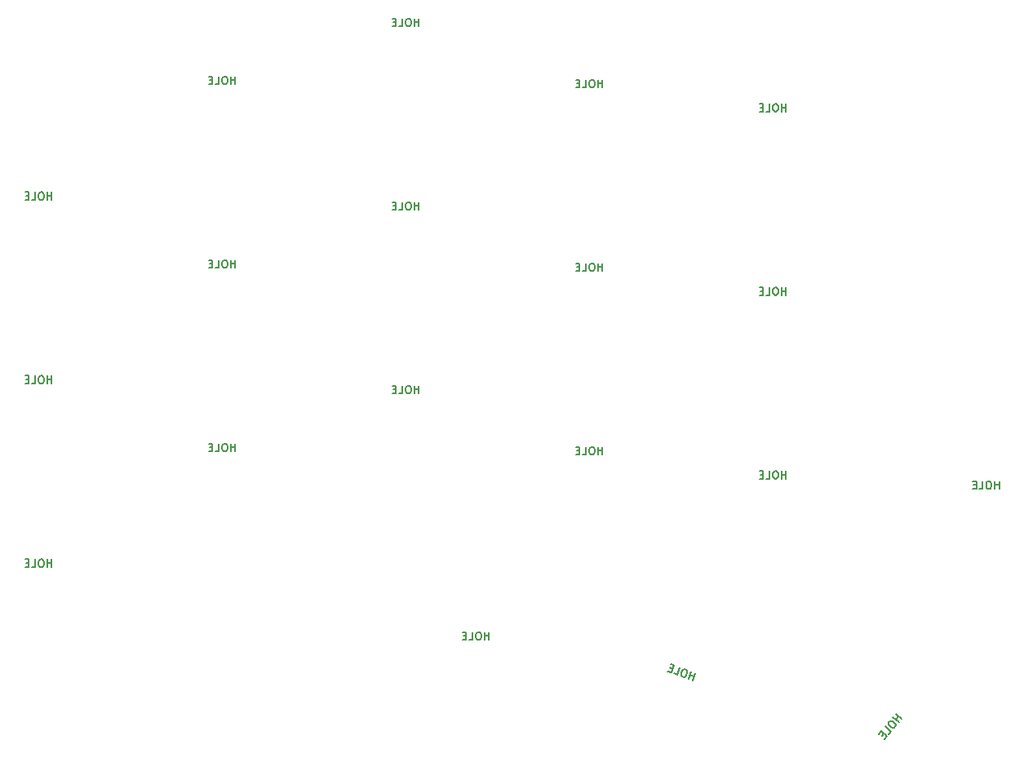
<source format=gbo>
%TF.GenerationSoftware,KiCad,Pcbnew,7.0.9*%
%TF.CreationDate,2024-05-22T11:54:58+05:30*%
%TF.ProjectId,UniFi - Plate,556e6946-6920-42d2-9050-6c6174652e6b,rev?*%
%TF.SameCoordinates,Original*%
%TF.FileFunction,Legend,Bot*%
%TF.FilePolarity,Positive*%
%FSLAX46Y46*%
G04 Gerber Fmt 4.6, Leading zero omitted, Abs format (unit mm)*
G04 Created by KiCad (PCBNEW 7.0.9) date 2024-05-22 11:54:58*
%MOMM*%
%LPD*%
G01*
G04 APERTURE LIST*
%ADD10C,0.152400*%
G04 APERTURE END LIST*
D10*
X150233266Y-107018721D02*
X150233266Y-106205921D01*
X150233266Y-106592969D02*
X149768809Y-106592969D01*
X149768809Y-107018721D02*
X149768809Y-106205921D01*
X149226942Y-106205921D02*
X149072123Y-106205921D01*
X149072123Y-106205921D02*
X148994713Y-106244626D01*
X148994713Y-106244626D02*
X148917304Y-106322036D01*
X148917304Y-106322036D02*
X148878599Y-106476855D01*
X148878599Y-106476855D02*
X148878599Y-106747788D01*
X148878599Y-106747788D02*
X148917304Y-106902607D01*
X148917304Y-106902607D02*
X148994713Y-106980017D01*
X148994713Y-106980017D02*
X149072123Y-107018721D01*
X149072123Y-107018721D02*
X149226942Y-107018721D01*
X149226942Y-107018721D02*
X149304351Y-106980017D01*
X149304351Y-106980017D02*
X149381761Y-106902607D01*
X149381761Y-106902607D02*
X149420465Y-106747788D01*
X149420465Y-106747788D02*
X149420465Y-106476855D01*
X149420465Y-106476855D02*
X149381761Y-106322036D01*
X149381761Y-106322036D02*
X149304351Y-106244626D01*
X149304351Y-106244626D02*
X149226942Y-106205921D01*
X148143208Y-107018721D02*
X148530256Y-107018721D01*
X148530256Y-107018721D02*
X148530256Y-106205921D01*
X147872275Y-106592969D02*
X147601341Y-106592969D01*
X147485227Y-107018721D02*
X147872275Y-107018721D01*
X147872275Y-107018721D02*
X147872275Y-106205921D01*
X147872275Y-106205921D02*
X147485227Y-106205921D01*
X112133266Y-98180121D02*
X112133266Y-97367321D01*
X112133266Y-97754369D02*
X111668809Y-97754369D01*
X111668809Y-98180121D02*
X111668809Y-97367321D01*
X111126942Y-97367321D02*
X110972123Y-97367321D01*
X110972123Y-97367321D02*
X110894713Y-97406026D01*
X110894713Y-97406026D02*
X110817304Y-97483436D01*
X110817304Y-97483436D02*
X110778599Y-97638255D01*
X110778599Y-97638255D02*
X110778599Y-97909188D01*
X110778599Y-97909188D02*
X110817304Y-98064007D01*
X110817304Y-98064007D02*
X110894713Y-98141417D01*
X110894713Y-98141417D02*
X110972123Y-98180121D01*
X110972123Y-98180121D02*
X111126942Y-98180121D01*
X111126942Y-98180121D02*
X111204351Y-98141417D01*
X111204351Y-98141417D02*
X111281761Y-98064007D01*
X111281761Y-98064007D02*
X111320465Y-97909188D01*
X111320465Y-97909188D02*
X111320465Y-97638255D01*
X111320465Y-97638255D02*
X111281761Y-97483436D01*
X111281761Y-97483436D02*
X111204351Y-97406026D01*
X111204351Y-97406026D02*
X111126942Y-97367321D01*
X110043208Y-98180121D02*
X110430256Y-98180121D01*
X110430256Y-98180121D02*
X110430256Y-97367321D01*
X109772275Y-97754369D02*
X109501341Y-97754369D01*
X109385227Y-98180121D02*
X109772275Y-98180121D01*
X109772275Y-98180121D02*
X109772275Y-97367321D01*
X109772275Y-97367321D02*
X109385227Y-97367321D01*
X119419266Y-123730121D02*
X119419266Y-122917321D01*
X119419266Y-123304369D02*
X118954809Y-123304369D01*
X118954809Y-123730121D02*
X118954809Y-122917321D01*
X118412942Y-122917321D02*
X118258123Y-122917321D01*
X118258123Y-122917321D02*
X118180713Y-122956026D01*
X118180713Y-122956026D02*
X118103304Y-123033436D01*
X118103304Y-123033436D02*
X118064599Y-123188255D01*
X118064599Y-123188255D02*
X118064599Y-123459188D01*
X118064599Y-123459188D02*
X118103304Y-123614007D01*
X118103304Y-123614007D02*
X118180713Y-123691417D01*
X118180713Y-123691417D02*
X118258123Y-123730121D01*
X118258123Y-123730121D02*
X118412942Y-123730121D01*
X118412942Y-123730121D02*
X118490351Y-123691417D01*
X118490351Y-123691417D02*
X118567761Y-123614007D01*
X118567761Y-123614007D02*
X118606465Y-123459188D01*
X118606465Y-123459188D02*
X118606465Y-123188255D01*
X118606465Y-123188255D02*
X118567761Y-123033436D01*
X118567761Y-123033436D02*
X118490351Y-122956026D01*
X118490351Y-122956026D02*
X118412942Y-122917321D01*
X117329208Y-123730121D02*
X117716256Y-123730121D01*
X117716256Y-123730121D02*
X117716256Y-122917321D01*
X117058275Y-123304369D02*
X116787341Y-123304369D01*
X116671227Y-123730121D02*
X117058275Y-123730121D01*
X117058275Y-123730121D02*
X117058275Y-122917321D01*
X117058275Y-122917321D02*
X116671227Y-122917321D01*
X112133266Y-60080121D02*
X112133266Y-59267321D01*
X112133266Y-59654369D02*
X111668809Y-59654369D01*
X111668809Y-60080121D02*
X111668809Y-59267321D01*
X111126942Y-59267321D02*
X110972123Y-59267321D01*
X110972123Y-59267321D02*
X110894713Y-59306026D01*
X110894713Y-59306026D02*
X110817304Y-59383436D01*
X110817304Y-59383436D02*
X110778599Y-59538255D01*
X110778599Y-59538255D02*
X110778599Y-59809188D01*
X110778599Y-59809188D02*
X110817304Y-59964007D01*
X110817304Y-59964007D02*
X110894713Y-60041417D01*
X110894713Y-60041417D02*
X110972123Y-60080121D01*
X110972123Y-60080121D02*
X111126942Y-60080121D01*
X111126942Y-60080121D02*
X111204351Y-60041417D01*
X111204351Y-60041417D02*
X111281761Y-59964007D01*
X111281761Y-59964007D02*
X111320465Y-59809188D01*
X111320465Y-59809188D02*
X111320465Y-59538255D01*
X111320465Y-59538255D02*
X111281761Y-59383436D01*
X111281761Y-59383436D02*
X111204351Y-59306026D01*
X111204351Y-59306026D02*
X111126942Y-59267321D01*
X110043208Y-60080121D02*
X110430256Y-60080121D01*
X110430256Y-60080121D02*
X110430256Y-59267321D01*
X109772275Y-59654369D02*
X109501341Y-59654369D01*
X109385227Y-60080121D02*
X109772275Y-60080121D01*
X109772275Y-60080121D02*
X109772275Y-59267321D01*
X109772275Y-59267321D02*
X109385227Y-59267321D01*
X150233266Y-68918721D02*
X150233266Y-68105921D01*
X150233266Y-68492969D02*
X149768809Y-68492969D01*
X149768809Y-68918721D02*
X149768809Y-68105921D01*
X149226942Y-68105921D02*
X149072123Y-68105921D01*
X149072123Y-68105921D02*
X148994713Y-68144626D01*
X148994713Y-68144626D02*
X148917304Y-68222036D01*
X148917304Y-68222036D02*
X148878599Y-68376855D01*
X148878599Y-68376855D02*
X148878599Y-68647788D01*
X148878599Y-68647788D02*
X148917304Y-68802607D01*
X148917304Y-68802607D02*
X148994713Y-68880017D01*
X148994713Y-68880017D02*
X149072123Y-68918721D01*
X149072123Y-68918721D02*
X149226942Y-68918721D01*
X149226942Y-68918721D02*
X149304351Y-68880017D01*
X149304351Y-68880017D02*
X149381761Y-68802607D01*
X149381761Y-68802607D02*
X149420465Y-68647788D01*
X149420465Y-68647788D02*
X149420465Y-68376855D01*
X149420465Y-68376855D02*
X149381761Y-68222036D01*
X149381761Y-68222036D02*
X149304351Y-68144626D01*
X149304351Y-68144626D02*
X149226942Y-68105921D01*
X148143208Y-68918721D02*
X148530256Y-68918721D01*
X148530256Y-68918721D02*
X148530256Y-68105921D01*
X147872275Y-68492969D02*
X147601341Y-68492969D01*
X147485227Y-68918721D02*
X147872275Y-68918721D01*
X147872275Y-68918721D02*
X147872275Y-68105921D01*
X147872275Y-68105921D02*
X147485227Y-68105921D01*
X131183266Y-66418721D02*
X131183266Y-65605921D01*
X131183266Y-65992969D02*
X130718809Y-65992969D01*
X130718809Y-66418721D02*
X130718809Y-65605921D01*
X130176942Y-65605921D02*
X130022123Y-65605921D01*
X130022123Y-65605921D02*
X129944713Y-65644626D01*
X129944713Y-65644626D02*
X129867304Y-65722036D01*
X129867304Y-65722036D02*
X129828599Y-65876855D01*
X129828599Y-65876855D02*
X129828599Y-66147788D01*
X129828599Y-66147788D02*
X129867304Y-66302607D01*
X129867304Y-66302607D02*
X129944713Y-66380017D01*
X129944713Y-66380017D02*
X130022123Y-66418721D01*
X130022123Y-66418721D02*
X130176942Y-66418721D01*
X130176942Y-66418721D02*
X130254351Y-66380017D01*
X130254351Y-66380017D02*
X130331761Y-66302607D01*
X130331761Y-66302607D02*
X130370465Y-66147788D01*
X130370465Y-66147788D02*
X130370465Y-65876855D01*
X130370465Y-65876855D02*
X130331761Y-65722036D01*
X130331761Y-65722036D02*
X130254351Y-65644626D01*
X130254351Y-65644626D02*
X130176942Y-65605921D01*
X129093208Y-66418721D02*
X129480256Y-66418721D01*
X129480256Y-66418721D02*
X129480256Y-65605921D01*
X128822275Y-65992969D02*
X128551341Y-65992969D01*
X128435227Y-66418721D02*
X128822275Y-66418721D01*
X128822275Y-66418721D02*
X128822275Y-65605921D01*
X128822275Y-65605921D02*
X128435227Y-65605921D01*
X150233266Y-87968721D02*
X150233266Y-87155921D01*
X150233266Y-87542969D02*
X149768809Y-87542969D01*
X149768809Y-87968721D02*
X149768809Y-87155921D01*
X149226942Y-87155921D02*
X149072123Y-87155921D01*
X149072123Y-87155921D02*
X148994713Y-87194626D01*
X148994713Y-87194626D02*
X148917304Y-87272036D01*
X148917304Y-87272036D02*
X148878599Y-87426855D01*
X148878599Y-87426855D02*
X148878599Y-87697788D01*
X148878599Y-87697788D02*
X148917304Y-87852607D01*
X148917304Y-87852607D02*
X148994713Y-87930017D01*
X148994713Y-87930017D02*
X149072123Y-87968721D01*
X149072123Y-87968721D02*
X149226942Y-87968721D01*
X149226942Y-87968721D02*
X149304351Y-87930017D01*
X149304351Y-87930017D02*
X149381761Y-87852607D01*
X149381761Y-87852607D02*
X149420465Y-87697788D01*
X149420465Y-87697788D02*
X149420465Y-87426855D01*
X149420465Y-87426855D02*
X149381761Y-87272036D01*
X149381761Y-87272036D02*
X149304351Y-87194626D01*
X149304351Y-87194626D02*
X149226942Y-87155921D01*
X148143208Y-87968721D02*
X148530256Y-87968721D01*
X148530256Y-87968721D02*
X148530256Y-87155921D01*
X147872275Y-87542969D02*
X147601341Y-87542969D01*
X147485227Y-87968721D02*
X147872275Y-87968721D01*
X147872275Y-87968721D02*
X147872275Y-87155921D01*
X147872275Y-87155921D02*
X147485227Y-87155921D01*
X162240662Y-131933548D02*
X161618021Y-131411090D01*
X161914517Y-131659879D02*
X161615969Y-132015674D01*
X161942114Y-132289343D02*
X161319474Y-131766885D01*
X160971168Y-132181979D02*
X160871652Y-132300577D01*
X160871652Y-132300577D02*
X160851544Y-132384755D01*
X160851544Y-132384755D02*
X160861085Y-132493812D01*
X160861085Y-132493812D02*
X160954805Y-132622978D01*
X160954805Y-132622978D02*
X161162352Y-132797130D01*
X161162352Y-132797130D02*
X161305829Y-132866996D01*
X161305829Y-132866996D02*
X161414886Y-132857455D01*
X161414886Y-132857455D02*
X161494293Y-132823035D01*
X161494293Y-132823035D02*
X161593809Y-132704437D01*
X161593809Y-132704437D02*
X161613917Y-132620259D01*
X161613917Y-132620259D02*
X161604376Y-132511202D01*
X161604376Y-132511202D02*
X161510657Y-132382036D01*
X161510657Y-132382036D02*
X161303110Y-132207884D01*
X161303110Y-132207884D02*
X161159633Y-132138018D01*
X161159633Y-132138018D02*
X161050576Y-132147559D01*
X161050576Y-132147559D02*
X160971168Y-132181979D01*
X160897199Y-133534625D02*
X161145988Y-133238129D01*
X161145988Y-133238129D02*
X160523347Y-132715671D01*
X160396901Y-133468503D02*
X160222748Y-133676050D01*
X160474257Y-134038668D02*
X160723046Y-133742172D01*
X160723046Y-133742172D02*
X160100405Y-133219714D01*
X160100405Y-133219714D02*
X159851616Y-133516210D01*
X131183266Y-85468721D02*
X131183266Y-84655921D01*
X131183266Y-85042969D02*
X130718809Y-85042969D01*
X130718809Y-85468721D02*
X130718809Y-84655921D01*
X130176942Y-84655921D02*
X130022123Y-84655921D01*
X130022123Y-84655921D02*
X129944713Y-84694626D01*
X129944713Y-84694626D02*
X129867304Y-84772036D01*
X129867304Y-84772036D02*
X129828599Y-84926855D01*
X129828599Y-84926855D02*
X129828599Y-85197788D01*
X129828599Y-85197788D02*
X129867304Y-85352607D01*
X129867304Y-85352607D02*
X129944713Y-85430017D01*
X129944713Y-85430017D02*
X130022123Y-85468721D01*
X130022123Y-85468721D02*
X130176942Y-85468721D01*
X130176942Y-85468721D02*
X130254351Y-85430017D01*
X130254351Y-85430017D02*
X130331761Y-85352607D01*
X130331761Y-85352607D02*
X130370465Y-85197788D01*
X130370465Y-85197788D02*
X130370465Y-84926855D01*
X130370465Y-84926855D02*
X130331761Y-84772036D01*
X130331761Y-84772036D02*
X130254351Y-84694626D01*
X130254351Y-84694626D02*
X130176942Y-84655921D01*
X129093208Y-85468721D02*
X129480256Y-85468721D01*
X129480256Y-85468721D02*
X129480256Y-84655921D01*
X128822275Y-85042969D02*
X128551341Y-85042969D01*
X128435227Y-85468721D02*
X128822275Y-85468721D01*
X128822275Y-85468721D02*
X128822275Y-84655921D01*
X128822275Y-84655921D02*
X128435227Y-84655921D01*
X74033266Y-97130121D02*
X74033266Y-96317321D01*
X74033266Y-96704369D02*
X73568809Y-96704369D01*
X73568809Y-97130121D02*
X73568809Y-96317321D01*
X73026942Y-96317321D02*
X72872123Y-96317321D01*
X72872123Y-96317321D02*
X72794713Y-96356026D01*
X72794713Y-96356026D02*
X72717304Y-96433436D01*
X72717304Y-96433436D02*
X72678599Y-96588255D01*
X72678599Y-96588255D02*
X72678599Y-96859188D01*
X72678599Y-96859188D02*
X72717304Y-97014007D01*
X72717304Y-97014007D02*
X72794713Y-97091417D01*
X72794713Y-97091417D02*
X72872123Y-97130121D01*
X72872123Y-97130121D02*
X73026942Y-97130121D01*
X73026942Y-97130121D02*
X73104351Y-97091417D01*
X73104351Y-97091417D02*
X73181761Y-97014007D01*
X73181761Y-97014007D02*
X73220465Y-96859188D01*
X73220465Y-96859188D02*
X73220465Y-96588255D01*
X73220465Y-96588255D02*
X73181761Y-96433436D01*
X73181761Y-96433436D02*
X73104351Y-96356026D01*
X73104351Y-96356026D02*
X73026942Y-96317321D01*
X71943208Y-97130121D02*
X72330256Y-97130121D01*
X72330256Y-97130121D02*
X72330256Y-96317321D01*
X71672275Y-96704369D02*
X71401341Y-96704369D01*
X71285227Y-97130121D02*
X71672275Y-97130121D01*
X71672275Y-97130121D02*
X71672275Y-96317321D01*
X71672275Y-96317321D02*
X71285227Y-96317321D01*
X140539856Y-127928042D02*
X140817849Y-127164260D01*
X140685471Y-127527965D02*
X140249024Y-127369112D01*
X140103409Y-127769188D02*
X140381403Y-127005406D01*
X139872214Y-126820076D02*
X139726732Y-126767125D01*
X139726732Y-126767125D02*
X139640753Y-126777020D01*
X139640753Y-126777020D02*
X139541536Y-126823286D01*
X139541536Y-126823286D02*
X139452214Y-126955530D01*
X139452214Y-126955530D02*
X139359550Y-127210124D01*
X139359550Y-127210124D02*
X139342969Y-127368844D01*
X139342969Y-127368844D02*
X139389235Y-127468061D01*
X139389235Y-127468061D02*
X139448738Y-127530907D01*
X139448738Y-127530907D02*
X139594220Y-127583859D01*
X139594220Y-127583859D02*
X139680199Y-127573964D01*
X139680199Y-127573964D02*
X139779416Y-127527698D01*
X139779416Y-127527698D02*
X139868738Y-127395454D01*
X139868738Y-127395454D02*
X139961402Y-127140860D01*
X139961402Y-127140860D02*
X139977983Y-126982139D01*
X139977983Y-126982139D02*
X139931718Y-126882923D01*
X139931718Y-126882923D02*
X139872214Y-126820076D01*
X138575844Y-127213200D02*
X138939550Y-127345578D01*
X138939550Y-127345578D02*
X139217544Y-126581796D01*
X138466866Y-126720459D02*
X138212272Y-126627794D01*
X137957544Y-126988157D02*
X138321250Y-127120535D01*
X138321250Y-127120535D02*
X138599244Y-126356753D01*
X138599244Y-126356753D02*
X138235538Y-126224375D01*
X172354666Y-108058721D02*
X172354666Y-107245921D01*
X172354666Y-107632969D02*
X171890209Y-107632969D01*
X171890209Y-108058721D02*
X171890209Y-107245921D01*
X171348342Y-107245921D02*
X171193523Y-107245921D01*
X171193523Y-107245921D02*
X171116113Y-107284626D01*
X171116113Y-107284626D02*
X171038704Y-107362036D01*
X171038704Y-107362036D02*
X170999999Y-107516855D01*
X170999999Y-107516855D02*
X170999999Y-107787788D01*
X170999999Y-107787788D02*
X171038704Y-107942607D01*
X171038704Y-107942607D02*
X171116113Y-108020017D01*
X171116113Y-108020017D02*
X171193523Y-108058721D01*
X171193523Y-108058721D02*
X171348342Y-108058721D01*
X171348342Y-108058721D02*
X171425751Y-108020017D01*
X171425751Y-108020017D02*
X171503161Y-107942607D01*
X171503161Y-107942607D02*
X171541865Y-107787788D01*
X171541865Y-107787788D02*
X171541865Y-107516855D01*
X171541865Y-107516855D02*
X171503161Y-107362036D01*
X171503161Y-107362036D02*
X171425751Y-107284626D01*
X171425751Y-107284626D02*
X171348342Y-107245921D01*
X170264608Y-108058721D02*
X170651656Y-108058721D01*
X170651656Y-108058721D02*
X170651656Y-107245921D01*
X169993675Y-107632969D02*
X169722741Y-107632969D01*
X169606627Y-108058721D02*
X169993675Y-108058721D01*
X169993675Y-108058721D02*
X169993675Y-107245921D01*
X169993675Y-107245921D02*
X169606627Y-107245921D01*
X93083266Y-85130121D02*
X93083266Y-84317321D01*
X93083266Y-84704369D02*
X92618809Y-84704369D01*
X92618809Y-85130121D02*
X92618809Y-84317321D01*
X92076942Y-84317321D02*
X91922123Y-84317321D01*
X91922123Y-84317321D02*
X91844713Y-84356026D01*
X91844713Y-84356026D02*
X91767304Y-84433436D01*
X91767304Y-84433436D02*
X91728599Y-84588255D01*
X91728599Y-84588255D02*
X91728599Y-84859188D01*
X91728599Y-84859188D02*
X91767304Y-85014007D01*
X91767304Y-85014007D02*
X91844713Y-85091417D01*
X91844713Y-85091417D02*
X91922123Y-85130121D01*
X91922123Y-85130121D02*
X92076942Y-85130121D01*
X92076942Y-85130121D02*
X92154351Y-85091417D01*
X92154351Y-85091417D02*
X92231761Y-85014007D01*
X92231761Y-85014007D02*
X92270465Y-84859188D01*
X92270465Y-84859188D02*
X92270465Y-84588255D01*
X92270465Y-84588255D02*
X92231761Y-84433436D01*
X92231761Y-84433436D02*
X92154351Y-84356026D01*
X92154351Y-84356026D02*
X92076942Y-84317321D01*
X90993208Y-85130121D02*
X91380256Y-85130121D01*
X91380256Y-85130121D02*
X91380256Y-84317321D01*
X90722275Y-84704369D02*
X90451341Y-84704369D01*
X90335227Y-85130121D02*
X90722275Y-85130121D01*
X90722275Y-85130121D02*
X90722275Y-84317321D01*
X90722275Y-84317321D02*
X90335227Y-84317321D01*
X93083266Y-66080121D02*
X93083266Y-65267321D01*
X93083266Y-65654369D02*
X92618809Y-65654369D01*
X92618809Y-66080121D02*
X92618809Y-65267321D01*
X92076942Y-65267321D02*
X91922123Y-65267321D01*
X91922123Y-65267321D02*
X91844713Y-65306026D01*
X91844713Y-65306026D02*
X91767304Y-65383436D01*
X91767304Y-65383436D02*
X91728599Y-65538255D01*
X91728599Y-65538255D02*
X91728599Y-65809188D01*
X91728599Y-65809188D02*
X91767304Y-65964007D01*
X91767304Y-65964007D02*
X91844713Y-66041417D01*
X91844713Y-66041417D02*
X91922123Y-66080121D01*
X91922123Y-66080121D02*
X92076942Y-66080121D01*
X92076942Y-66080121D02*
X92154351Y-66041417D01*
X92154351Y-66041417D02*
X92231761Y-65964007D01*
X92231761Y-65964007D02*
X92270465Y-65809188D01*
X92270465Y-65809188D02*
X92270465Y-65538255D01*
X92270465Y-65538255D02*
X92231761Y-65383436D01*
X92231761Y-65383436D02*
X92154351Y-65306026D01*
X92154351Y-65306026D02*
X92076942Y-65267321D01*
X90993208Y-66080121D02*
X91380256Y-66080121D01*
X91380256Y-66080121D02*
X91380256Y-65267321D01*
X90722275Y-65654369D02*
X90451341Y-65654369D01*
X90335227Y-66080121D02*
X90722275Y-66080121D01*
X90722275Y-66080121D02*
X90722275Y-65267321D01*
X90722275Y-65267321D02*
X90335227Y-65267321D01*
X74033266Y-78080121D02*
X74033266Y-77267321D01*
X74033266Y-77654369D02*
X73568809Y-77654369D01*
X73568809Y-78080121D02*
X73568809Y-77267321D01*
X73026942Y-77267321D02*
X72872123Y-77267321D01*
X72872123Y-77267321D02*
X72794713Y-77306026D01*
X72794713Y-77306026D02*
X72717304Y-77383436D01*
X72717304Y-77383436D02*
X72678599Y-77538255D01*
X72678599Y-77538255D02*
X72678599Y-77809188D01*
X72678599Y-77809188D02*
X72717304Y-77964007D01*
X72717304Y-77964007D02*
X72794713Y-78041417D01*
X72794713Y-78041417D02*
X72872123Y-78080121D01*
X72872123Y-78080121D02*
X73026942Y-78080121D01*
X73026942Y-78080121D02*
X73104351Y-78041417D01*
X73104351Y-78041417D02*
X73181761Y-77964007D01*
X73181761Y-77964007D02*
X73220465Y-77809188D01*
X73220465Y-77809188D02*
X73220465Y-77538255D01*
X73220465Y-77538255D02*
X73181761Y-77383436D01*
X73181761Y-77383436D02*
X73104351Y-77306026D01*
X73104351Y-77306026D02*
X73026942Y-77267321D01*
X71943208Y-78080121D02*
X72330256Y-78080121D01*
X72330256Y-78080121D02*
X72330256Y-77267321D01*
X71672275Y-77654369D02*
X71401341Y-77654369D01*
X71285227Y-78080121D02*
X71672275Y-78080121D01*
X71672275Y-78080121D02*
X71672275Y-77267321D01*
X71672275Y-77267321D02*
X71285227Y-77267321D01*
X74033266Y-116180121D02*
X74033266Y-115367321D01*
X74033266Y-115754369D02*
X73568809Y-115754369D01*
X73568809Y-116180121D02*
X73568809Y-115367321D01*
X73026942Y-115367321D02*
X72872123Y-115367321D01*
X72872123Y-115367321D02*
X72794713Y-115406026D01*
X72794713Y-115406026D02*
X72717304Y-115483436D01*
X72717304Y-115483436D02*
X72678599Y-115638255D01*
X72678599Y-115638255D02*
X72678599Y-115909188D01*
X72678599Y-115909188D02*
X72717304Y-116064007D01*
X72717304Y-116064007D02*
X72794713Y-116141417D01*
X72794713Y-116141417D02*
X72872123Y-116180121D01*
X72872123Y-116180121D02*
X73026942Y-116180121D01*
X73026942Y-116180121D02*
X73104351Y-116141417D01*
X73104351Y-116141417D02*
X73181761Y-116064007D01*
X73181761Y-116064007D02*
X73220465Y-115909188D01*
X73220465Y-115909188D02*
X73220465Y-115638255D01*
X73220465Y-115638255D02*
X73181761Y-115483436D01*
X73181761Y-115483436D02*
X73104351Y-115406026D01*
X73104351Y-115406026D02*
X73026942Y-115367321D01*
X71943208Y-116180121D02*
X72330256Y-116180121D01*
X72330256Y-116180121D02*
X72330256Y-115367321D01*
X71672275Y-115754369D02*
X71401341Y-115754369D01*
X71285227Y-116180121D02*
X71672275Y-116180121D01*
X71672275Y-116180121D02*
X71672275Y-115367321D01*
X71672275Y-115367321D02*
X71285227Y-115367321D01*
X112133266Y-79130121D02*
X112133266Y-78317321D01*
X112133266Y-78704369D02*
X111668809Y-78704369D01*
X111668809Y-79130121D02*
X111668809Y-78317321D01*
X111126942Y-78317321D02*
X110972123Y-78317321D01*
X110972123Y-78317321D02*
X110894713Y-78356026D01*
X110894713Y-78356026D02*
X110817304Y-78433436D01*
X110817304Y-78433436D02*
X110778599Y-78588255D01*
X110778599Y-78588255D02*
X110778599Y-78859188D01*
X110778599Y-78859188D02*
X110817304Y-79014007D01*
X110817304Y-79014007D02*
X110894713Y-79091417D01*
X110894713Y-79091417D02*
X110972123Y-79130121D01*
X110972123Y-79130121D02*
X111126942Y-79130121D01*
X111126942Y-79130121D02*
X111204351Y-79091417D01*
X111204351Y-79091417D02*
X111281761Y-79014007D01*
X111281761Y-79014007D02*
X111320465Y-78859188D01*
X111320465Y-78859188D02*
X111320465Y-78588255D01*
X111320465Y-78588255D02*
X111281761Y-78433436D01*
X111281761Y-78433436D02*
X111204351Y-78356026D01*
X111204351Y-78356026D02*
X111126942Y-78317321D01*
X110043208Y-79130121D02*
X110430256Y-79130121D01*
X110430256Y-79130121D02*
X110430256Y-78317321D01*
X109772275Y-78704369D02*
X109501341Y-78704369D01*
X109385227Y-79130121D02*
X109772275Y-79130121D01*
X109772275Y-79130121D02*
X109772275Y-78317321D01*
X109772275Y-78317321D02*
X109385227Y-78317321D01*
X93083266Y-104190121D02*
X93083266Y-103377321D01*
X93083266Y-103764369D02*
X92618809Y-103764369D01*
X92618809Y-104190121D02*
X92618809Y-103377321D01*
X92076942Y-103377321D02*
X91922123Y-103377321D01*
X91922123Y-103377321D02*
X91844713Y-103416026D01*
X91844713Y-103416026D02*
X91767304Y-103493436D01*
X91767304Y-103493436D02*
X91728599Y-103648255D01*
X91728599Y-103648255D02*
X91728599Y-103919188D01*
X91728599Y-103919188D02*
X91767304Y-104074007D01*
X91767304Y-104074007D02*
X91844713Y-104151417D01*
X91844713Y-104151417D02*
X91922123Y-104190121D01*
X91922123Y-104190121D02*
X92076942Y-104190121D01*
X92076942Y-104190121D02*
X92154351Y-104151417D01*
X92154351Y-104151417D02*
X92231761Y-104074007D01*
X92231761Y-104074007D02*
X92270465Y-103919188D01*
X92270465Y-103919188D02*
X92270465Y-103648255D01*
X92270465Y-103648255D02*
X92231761Y-103493436D01*
X92231761Y-103493436D02*
X92154351Y-103416026D01*
X92154351Y-103416026D02*
X92076942Y-103377321D01*
X90993208Y-104190121D02*
X91380256Y-104190121D01*
X91380256Y-104190121D02*
X91380256Y-103377321D01*
X90722275Y-103764369D02*
X90451341Y-103764369D01*
X90335227Y-104190121D02*
X90722275Y-104190121D01*
X90722275Y-104190121D02*
X90722275Y-103377321D01*
X90722275Y-103377321D02*
X90335227Y-103377321D01*
X131183266Y-104518721D02*
X131183266Y-103705921D01*
X131183266Y-104092969D02*
X130718809Y-104092969D01*
X130718809Y-104518721D02*
X130718809Y-103705921D01*
X130176942Y-103705921D02*
X130022123Y-103705921D01*
X130022123Y-103705921D02*
X129944713Y-103744626D01*
X129944713Y-103744626D02*
X129867304Y-103822036D01*
X129867304Y-103822036D02*
X129828599Y-103976855D01*
X129828599Y-103976855D02*
X129828599Y-104247788D01*
X129828599Y-104247788D02*
X129867304Y-104402607D01*
X129867304Y-104402607D02*
X129944713Y-104480017D01*
X129944713Y-104480017D02*
X130022123Y-104518721D01*
X130022123Y-104518721D02*
X130176942Y-104518721D01*
X130176942Y-104518721D02*
X130254351Y-104480017D01*
X130254351Y-104480017D02*
X130331761Y-104402607D01*
X130331761Y-104402607D02*
X130370465Y-104247788D01*
X130370465Y-104247788D02*
X130370465Y-103976855D01*
X130370465Y-103976855D02*
X130331761Y-103822036D01*
X130331761Y-103822036D02*
X130254351Y-103744626D01*
X130254351Y-103744626D02*
X130176942Y-103705921D01*
X129093208Y-104518721D02*
X129480256Y-104518721D01*
X129480256Y-104518721D02*
X129480256Y-103705921D01*
X128822275Y-104092969D02*
X128551341Y-104092969D01*
X128435227Y-104518721D02*
X128822275Y-104518721D01*
X128822275Y-104518721D02*
X128822275Y-103705921D01*
X128822275Y-103705921D02*
X128435227Y-103705921D01*
M02*

</source>
